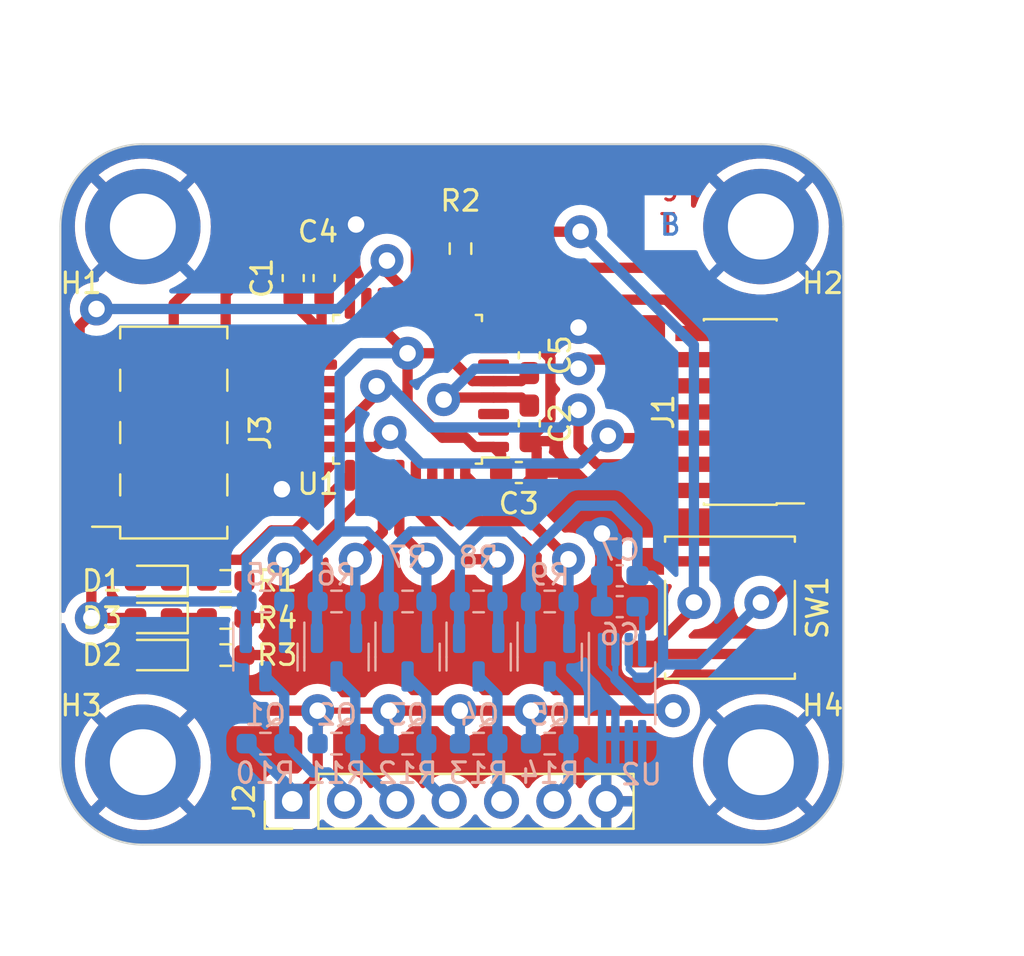
<source format=kicad_pcb>
(kicad_pcb (version 20221018) (generator pcbnew)
  (layers (0 "F.Cu" signal) (31 "B.Cu" signal) (34 "B.Paste" user) (35 "F.Paste" user) (36 "B.SilkS" user "B.Silkscreen") (37 "F.SilkS" user "F.Silkscreen") (38 "B.Mask" user) (39 "F.Mask" user) (44 "Edge.Cuts" user))
  (net 0 "")
  (net 1 "+5V-v0-")
  (net 2 "GND-v0-")
  (net 3 "+3.3V-v0-")
  (net 4 "Net-(D1-K)-v0-")
  (net 6 "Net-(D3-K)-v0-")
  (net 7 "Status_LED-v0-")
  (net 8 "Data_Clock_SNES-v0-")
  (net 9 "Data_Latch_SNES-v0-")
  (net 10 "Net-(D2-K)-v0-")
  (net 11 "Serial_Data1_SNES-v0-")
  (net 12 "Serial_Data2_SNES-v0-")
  (net 13 "SPI_Chip_Select-v0-")
  (net 14 "Chip_Enable-v0-")
  (net 15 "SPI_Digital_Input-v0-")
  (net 16 "SPI_Clock-v0-")
  (net 17 "SPI_Digital_Output-v0-")
  (net 18 "IOBit_SNES-v0-")
  (net 19 "Data_Clock_STM32-v0-")
  (net 20 "Data_Latch_STM32-v0-")
  (net 21 "Appairing_Btn-v0-")
  (net 22 "Net-(U2-BP)-v0-")
  (net 23 "SWDIO-v0-")
  (net 24 "SWDCK-v0-")
  (net 27 "NRST-v0-")
  (net 28 "USART2_RX-v0-")
  (net 29 "USART2_TX-v0-")
  (net 30 "Serial_Data1_STM32-v0-")
  (net 31 "IOBit_STM32-v0-")
  (net 32 "Serial_Data2_STM32-v0-")
  (footprint "Connector_PinSocket_2.54mm:PinSocket_2x04_P2.54mm_Vertical_SMD" (layer "F.Cu") (at 6.5 15 180)
    (fp_text reference "J3" (at -4.2 0 90) (layer "F.SilkS"))
    (fp_text value "Conn_01x08_Socket")
    (pad "1" smd rect (at 2.52 -3.81 180) (size 3 1) (layers "F.Cu" "F.Paste" "F.Mask") (net 3 "+3.3V-v0-"))
    (pad "2" smd rect (at -2.52 -3.81 180) (size 3 1) (layers "F.Cu" "F.Paste" "F.Mask") (net 2 "GND-v0-"))
    (pad "3" smd rect (at 2.52 -1.27 180) (size 3 1) (layers "F.Cu" "F.Paste" "F.Mask") (net 13 "SPI_Chip_Select-v0-"))
    (pad "4" smd rect (at -2.52 -1.27 180) (size 3 1) (layers "F.Cu" "F.Paste" "F.Mask") (net 14 "Chip_Enable-v0-"))
    (pad "5" smd rect (at 2.52 1.27 180) (size 3 1) (layers "F.Cu" "F.Paste" "F.Mask") (net 17 "SPI_Digital_Output-v0-"))
    (pad "6" smd rect (at -2.52 1.27 180) (size 3 1) (layers "F.Cu" "F.Paste" "F.Mask") (net 16 "SPI_Clock-v0-"))
    (pad "7" smd rect (at 2.52 3.81 180) (size 3 1) (layers "F.Cu" "F.Paste" "F.Mask"))
    (pad "8" smd rect (at -2.52 3.81 180) (size 3 1) (layers "F.Cu" "F.Paste" "F.Mask") (net 15 "SPI_Digital_Input-v0-"))
  )
  (footprint "Button_Switch_SMD:SW_SPST_B3S-1000" (layer "F.Cu") (at 33.5 23.5 180)
    (fp_text reference "SW1" (at -4.25 0 270) (layer "F.SilkS"))
    (fp_text value "SW_SPST")
    (pad "1" smd rect (at -3.975 -2.25 180) (size 1.55 1.3) (layers "F.Cu" "F.Paste" "F.Mask") (net 21 "Appairing_Btn-v0-"))
    (pad "1" smd rect (at 3.975 -2.25 180) (size 1.55 1.3) (layers "F.Cu" "F.Paste" "F.Mask") (net 21 "Appairing_Btn-v0-"))
    (pad "2" smd rect (at -3.975 2.25 180) (size 1.55 1.3) (layers "F.Cu" "F.Paste" "F.Mask") (net 3 "+3.3V-v0-"))
    (pad "2" smd rect (at 3.975 2.25 180) (size 1.55 1.3) (layers "F.Cu" "F.Paste" "F.Mask") (net 3 "+3.3V-v0-"))
  )
  (footprint "Resistor_SMD:R_0603_1608Metric_Pad0.98x0.95mm_HandSolder" (layer "F.Cu") (at 20.42 6.07 90)
    (fp_text reference "R2" (at 2.32 0 180) (layer "F.SilkS"))
    (fp_text value "10k")
    (pad "1" smd roundrect (at -0.9125 0 90) (size 0.975 0.95) (layers "F.Cu" "F.Paste" "F.Mask") (net 21 "Appairing_Btn-v0-"))
    (pad "2" smd roundrect (at 0.9125 0 90) (size 0.975 0.95) (layers "F.Cu" "F.Paste" "F.Mask") (net 2 "GND-v0-"))
  )
  (footprint "Capacitor_SMD:C_0603_1608Metric_Pad1.08x0.95mm_HandSolder" (layer "F.Cu") (at 23.76 14.5525 90)
    (fp_text reference "C2" (at 0 1.5 90) (layer "F.SilkS"))
    (fp_text value "100n")
    (pad "1" smd roundrect (at -0.8625 0 90) (size 1.075 0.95) (layers "F.Cu" "F.Paste" "F.Mask") (net 2 "GND-v0-"))
    (pad "2" smd roundrect (at 0.8625 0 90) (size 1.075 0.95) (layers "F.Cu" "F.Paste" "F.Mask") (net 27 "NRST-v0-"))
  )
  (footprint "Diode_SMD:D_0603_1608Metric_Pad1.05x0.95mm_HandSolder" (layer "F.Cu") (at 5.51875 24 180)
    (fp_text reference "D3" (at 2.5 0) (layer "F.SilkS"))
    (fp_text value "LED")
    (pad "1" smd roundrect (at -0.875 0 180) (size 1.05 0.95) (layers "F.Cu" "F.Paste" "F.Mask") (net 6 "Net-(D3-K)-v0-"))
    (pad "2" smd roundrect (at 0.875 0 180) (size 1.05 0.95) (layers "F.Cu" "F.Paste" "F.Mask") (net 3 "+3.3V-v0-"))
  )
  (footprint "Capacitor_SMD:C_0603_1608Metric_Pad1.08x0.95mm_HandSolder" (layer "F.Cu") (at 13.8 7.5 90)
    (fp_text reference "C4" (at 2.25 -0.3 180) (layer "F.SilkS"))
    (fp_text value "100n")
    (pad "1" smd roundrect (at -0.8625 0 90) (size 1.075 0.95) (layers "F.Cu" "F.Paste" "F.Mask") (net 3 "+3.3V-v0-"))
    (pad "2" smd roundrect (at 0.8625 0 90) (size 1.075 0.95) (layers "F.Cu" "F.Paste" "F.Mask") (net 2 "GND-v0-"))
  )
  (footprint "Diode_SMD:D_0603_1608Metric_Pad1.05x0.95mm_HandSolder" (layer "F.Cu") (at 5.51875 22.2 180)
    (fp_text reference "D1" (at 2.5 0) (layer "F.SilkS"))
    (fp_text value "LED_Small")
    (pad "1" smd roundrect (at -0.875 0 180) (size 1.05 0.95) (layers "F.Cu" "F.Paste" "F.Mask") (net 4 "Net-(D1-K)-v0-"))
    (pad "2" smd roundrect (at 0.875 0 180) (size 1.05 0.95) (layers "F.Cu" "F.Paste" "F.Mask") (net 7 "Status_LED-v0-"))
  )
  (footprint "Resistor_SMD:R_0603_1608Metric_Pad0.98x0.95mm_HandSolder" (layer "F.Cu") (at 9.01875 25.8)
    (fp_text reference "R3" (at 2.5 0) (layer "F.SilkS"))
    (fp_text value "1k")
    (pad "1" smd roundrect (at -0.9125 0) (size 0.975 0.95) (layers "F.Cu" "F.Paste" "F.Mask") (net 10 "Net-(D2-K)-v0-"))
    (pad "2" smd roundrect (at 0.9125 0) (size 0.975 0.95) (layers "F.Cu" "F.Paste" "F.Mask") (net 2 "GND-v0-"))
  )
  (footprint "MountingHole:MountingHole_3.2mm_M3_DIN965_Pad" (layer "F.Cu") (at 5 31)
    (fp_text reference "H3" (at -3 -2.75) (layer "F.SilkS"))
    (fp_text value "MountingHole_Pad")
    (pad "1" thru_hole circle (at 0 0) (size 5.6 5.6) (drill 3.2) (layers "*.Cu" "*.Mask") (net 2 "GND-v0-"))
  )
  (footprint "Diode_SMD:D_0603_1608Metric_Pad1.05x0.95mm_HandSolder" (layer "F.Cu") (at 5.51875 25.8 180)
    (fp_text reference "D2" (at 2.5 0) (layer "F.SilkS"))
    (fp_text value "LED_Small")
    (pad "1" smd roundrect (at -0.875 0 180) (size 1.05 0.95) (layers "F.Cu" "F.Paste" "F.Mask") (net 10 "Net-(D2-K)-v0-"))
    (pad "2" smd roundrect (at 0.875 0 180) (size 1.05 0.95) (layers "F.Cu" "F.Paste" "F.Mask") (net 1 "+5V-v0-"))
  )
  (footprint "MountingHole:MountingHole_3.2mm_M3_DIN965_Pad" (layer "F.Cu") (at 5 5)
    (fp_text reference "H1" (at -3 2.75) (layer "F.SilkS"))
    (fp_text value "MountingHole_Pad")
    (pad "1" thru_hole circle (at 0 0) (size 5.6 5.6) (drill 3.2) (layers "*.Cu" "*.Mask") (net 2 "GND-v0-"))
  )
  (footprint "MountingHole:MountingHole_3.2mm_M3_DIN965_Pad" (layer "F.Cu") (at 35 5)
    (fp_text reference "H2" (at 3 2.75) (layer "F.SilkS"))
    (fp_text value "MountingHole_Pad")
    (pad "1" thru_hole circle (at 0 0) (size 5.6 5.6) (drill 3.2) (layers "*.Cu" "*.Mask") (net 2 "GND-v0-"))
  )
  (footprint "Resistor_SMD:R_0603_1608Metric_Pad0.98x0.95mm_HandSolder" (layer "F.Cu") (at 9.01875 22.2)
    (fp_text reference "R1" (at 2.5 0) (layer "F.SilkS"))
    (fp_text value "1k")
    (pad "1" smd roundrect (at -0.9125 0) (size 0.975 0.95) (layers "F.Cu" "F.Paste" "F.Mask") (net 4 "Net-(D1-K)-v0-"))
    (pad "2" smd roundrect (at 0.9125 0) (size 0.975 0.95) (layers "F.Cu" "F.Paste" "F.Mask") (net 2 "GND-v0-"))
  )
  (footprint "Connector_PinHeader_1.27mm:PinHeader_2x07_P1.27mm_Vertical_SMD" (layer "F.Cu") (at 34 14 180)
    (fp_text reference "J1" (at 3.73 0 90) (layer "F.SilkS"))
    (fp_text value "Conn_02x07_Odd_Even")
    (pad "1" smd rect (at -1.95 -3.81 180) (size 2.4 0.74) (layers "F.Cu" "F.Paste" "F.Mask"))
    (pad "2" smd rect (at 1.95 -3.81 180) (size 2.4 0.74) (layers "F.Cu" "F.Paste" "F.Mask"))
    (pad "3" smd rect (at -1.95 -2.54 180) (size 2.4 0.74) (layers "F.Cu" "F.Paste" "F.Mask") (net 3 "+3.3V-v0-"))
    (pad "4" smd rect (at 1.95 -2.54 180) (size 2.4 0.74) (layers "F.Cu" "F.Paste" "F.Mask") (net 23 "SWDIO-v0-"))
    (pad "5" smd rect (at -1.95 -1.27 180) (size 2.4 0.74) (layers "F.Cu" "F.Paste" "F.Mask") (net 2 "GND-v0-"))
    (pad "6" smd rect (at 1.95 -1.27 180) (size 2.4 0.74) (layers "F.Cu" "F.Paste" "F.Mask") (net 24 "SWDCK-v0-"))
    (pad "7" smd rect (at -1.95 0 180) (size 2.4 0.74) (layers "F.Cu" "F.Paste" "F.Mask") (net 2 "GND-v0-"))
    (pad "8" smd rect (at 1.95 0 180) (size 2.4 0.74) (layers "F.Cu" "F.Paste" "F.Mask"))
    (pad "9" smd rect (at -1.95 1.27 180) (size 2.4 0.74) (layers "F.Cu" "F.Paste" "F.Mask"))
    (pad "10" smd rect (at 1.95 1.27 180) (size 2.4 0.74) (layers "F.Cu" "F.Paste" "F.Mask"))
    (pad "11" smd rect (at -1.95 2.54 180) (size 2.4 0.74) (layers "F.Cu" "F.Paste" "F.Mask") (net 2 "GND-v0-"))
    (pad "12" smd rect (at 1.95 2.54 180) (size 2.4 0.74) (layers "F.Cu" "F.Paste" "F.Mask") (net 27 "NRST-v0-"))
    (pad "13" smd rect (at -1.95 3.81 180) (size 2.4 0.74) (layers "F.Cu" "F.Paste" "F.Mask") (net 28 "USART2_RX-v0-"))
    (pad "14" smd rect (at 1.95 3.81 180) (size 2.4 0.74) (layers "F.Cu" "F.Paste" "F.Mask") (net 29 "USART2_TX-v0-"))
  )
  (footprint "Resistor_SMD:R_0603_1608Metric_Pad0.98x0.95mm_HandSolder" (layer "F.Cu") (at 9.01875 24)
    (fp_text reference "R4" (at 2.5 0) (layer "F.SilkS"))
    (fp_text value "1k")
    (pad "1" smd roundrect (at -0.9125 0) (size 0.975 0.95) (layers "F.Cu" "F.Paste" "F.Mask") (net 6 "Net-(D3-K)-v0-"))
    (pad "2" smd roundrect (at 0.9125 0) (size 0.975 0.95) (layers "F.Cu" "F.Paste" "F.Mask") (net 2 "GND-v0-"))
  )
  (footprint "Package_QFP:LQFP-32_7x7mm_P0.8mm" (layer "F.Cu") (at 17.85 12.9 180)
    (fp_text reference "U1" (at 4.35 -4.6) (layer "F.SilkS"))
    (fp_text value "STM32L412KBTx")
    (pad "1" smd roundrect (at -4.175 -2.8 180) (size 1.5 0.5) (layers "F.Cu" "F.Paste" "F.Mask") (net 3 "+3.3V-v0-"))
    (pad "2" smd roundrect (at -4.175 -2 180) (size 1.5 0.5) (layers "F.Cu" "F.Paste" "F.Mask"))
    (pad "3" smd roundrect (at -4.175 -1.2 180) (size 1.5 0.5) (layers "F.Cu" "F.Paste" "F.Mask"))
    (pad "4" smd roundrect (at -4.175 -0.4 180) (size 1.5 0.5) (layers "F.Cu" "F.Paste" "F.Mask") (net 27 "NRST-v0-"))
    (pad "5" smd roundrect (at -4.175 0.4 180) (size 1.5 0.5) (layers "F.Cu" "F.Paste" "F.Mask") (net 3 "+3.3V-v0-"))
    (pad "6" smd roundrect (at -4.175 1.2 180) (size 1.5 0.5) (layers "F.Cu" "F.Paste" "F.Mask"))
    (pad "7" smd roundrect (at -4.175 2 180) (size 1.5 0.5) (layers "F.Cu" "F.Paste" "F.Mask"))
    (pad "8" smd roundrect (at -4.175 2.8 180) (size 1.5 0.5) (layers "F.Cu" "F.Paste" "F.Mask") (net 29 "USART2_TX-v0-"))
    (pad "9" smd roundrect (at -2.8 4.175 180) (size 0.5 1.5) (layers "F.Cu" "F.Paste" "F.Mask") (net 28 "USART2_RX-v0-"))
    (pad "10" smd roundrect (at -2 4.175 180) (size 0.5 1.5) (layers "F.Cu" "F.Paste" "F.Mask") (net 21 "Appairing_Btn-v0-"))
    (pad "11" smd roundrect (at -1.2 4.175 180) (size 0.5 1.5) (layers "F.Cu" "F.Paste" "F.Mask") (net 16 "SPI_Clock-v0-"))
    (pad "12" smd roundrect (at -0.4 4.175 180) (size 0.5 1.5) (layers "F.Cu" "F.Paste" "F.Mask") (net 15 "SPI_Digital_Input-v0-"))
    (pad "13" smd roundrect (at 0.4 4.175 180) (size 0.5 1.5) (layers "F.Cu" "F.Paste" "F.Mask") (net 17 "SPI_Digital_Output-v0-"))
    (pad "14" smd roundrect (at 1.2 4.175 180) (size 0.5 1.5) (layers "F.Cu" "F.Paste" "F.Mask"))
    (pad "15" smd roundrect (at 2 4.175 180) (size 0.5 1.5) (layers "F.Cu" "F.Paste" "F.Mask"))
    (pad "16" smd roundrect (at 2.8 4.175 180) (size 0.5 1.5) (layers "F.Cu" "F.Paste" "F.Mask") (net 2 "GND-v0-"))
    (pad "17" smd roundrect (at 4.175 2.8 180) (size 1.5 0.5) (layers "F.Cu" "F.Paste" "F.Mask") (net 3 "+3.3V-v0-"))
    (pad "18" smd roundrect (at 4.175 2 180) (size 1.5 0.5) (layers "F.Cu" "F.Paste" "F.Mask") (net 13 "SPI_Chip_Select-v0-"))
    (pad "19" smd roundrect (at 4.175 1.2 180) (size 1.5 0.5) (layers "F.Cu" "F.Paste" "F.Mask") (net 14 "Chip_Enable-v0-"))
    (pad "20" smd roundrect (at 4.175 0.4 180) (size 1.5 0.5) (layers "F.Cu" "F.Paste" "F.Mask"))
    (pad "21" smd roundrect (at 4.175 -0.4 180) (size 1.5 0.5) (layers "F.Cu" "F.Paste" "F.Mask"))
    (pad "22" smd roundrect (at 4.175 -1.2 180) (size 1.5 0.5) (layers "F.Cu" "F.Paste" "F.Mask"))
    (pad "23" smd roundrect (at 4.175 -2 180) (size 1.5 0.5) (layers "F.Cu" "F.Paste" "F.Mask") (net 23 "SWDIO-v0-"))
    (pad "24" smd roundrect (at 4.175 -2.8 180) (size 1.5 0.5) (layers "F.Cu" "F.Paste" "F.Mask") (net 24 "SWDCK-v0-"))
    (pad "25" smd roundrect (at 2.8 -4.175 180) (size 0.5 1.5) (layers "F.Cu" "F.Paste" "F.Mask") (net 7 "Status_LED-v0-"))
    (pad "26" smd roundrect (at 2 -4.175 180) (size 0.5 1.5) (layers "F.Cu" "F.Paste" "F.Mask") (net 19 "Data_Clock_STM32-v0-"))
    (pad "27" smd roundrect (at 1.2 -4.175 180) (size 0.5 1.5) (layers "F.Cu" "F.Paste" "F.Mask") (net 20 "Data_Latch_STM32-v0-"))
    (pad "28" smd roundrect (at 0.4 -4.175 180) (size 0.5 1.5) (layers "F.Cu" "F.Paste" "F.Mask") (net 30 "Serial_Data1_STM32-v0-"))
    (pad "29" smd roundrect (at -0.4 -4.175 180) (size 0.5 1.5) (layers "F.Cu" "F.Paste" "F.Mask") (net 32 "Serial_Data2_STM32-v0-"))
    (pad "30" smd roundrect (at -1.2 -4.175 180) (size 0.5 1.5) (layers "F.Cu" "F.Paste" "F.Mask") (net 31 "IOBit_STM32-v0-"))
    (pad "31" smd roundrect (at -2 -4.175 180) (size 0.5 1.5) (layers "F.Cu" "F.Paste" "F.Mask"))
    (pad "32" smd roundrect (at -2.8 -4.175 180) (size 0.5 1.5) (layers "F.Cu" "F.Paste" "F.Mask") (net 2 "GND-v0-"))
  )
  (footprint "Capacitor_SMD:C_0603_1608Metric_Pad1.08x0.95mm_HandSolder" (layer "F.Cu") (at 23.76 11.25 90)
    (fp_text reference "C5" (at 0 1.5 90) (layer "F.SilkS"))
    (fp_text value "100n")
    (pad "1" smd roundrect (at -0.8625 0 90) (size 1.075 0.95) (layers "F.Cu" "F.Paste" "F.Mask") (net 3 "+3.3V-v0-"))
    (pad "2" smd roundrect (at 0.8625 0 90) (size 1.075 0.95) (layers "F.Cu" "F.Paste" "F.Mask") (net 2 "GND-v0-"))
  )
  (footprint "MountingHole:MountingHole_3.2mm_M3_DIN965_Pad" (layer "F.Cu") (at 35 31)
    (fp_text reference "H4" (at 3 -2.75) (layer "F.SilkS"))
    (fp_text value "MountingHole_Pad")
    (pad "1" thru_hole circle (at 0 0) (size 5.6 5.6) (drill 3.2) (layers "*.Cu" "*.Mask") (net 2 "GND-v0-"))
  )
  (footprint "Capacitor_SMD:C_0603_1608Metric_Pad1.08x0.95mm_HandSolder" (layer "F.Cu") (at 23.2525 16.94)
    (fp_text reference "C3" (at -0.0025 1.51) (layer "F.SilkS"))
    (fp_text value "100n")
    (pad "1" smd roundrect (at -0.8625 0) (size 1.075 0.95) (layers "F.Cu" "F.Paste" "F.Mask") (net 3 "+3.3V-v0-"))
    (pad "2" smd roundrect (at 0.8625 0) (size 1.075 0.95) (layers "F.Cu" "F.Paste" "F.Mask") (net 2 "GND-v0-"))
  )
  (footprint "Capacitor_SMD:C_0603_1608Metric_Pad1.08x0.95mm_HandSolder" (layer "F.Cu") (at 12.3 7.5 90)
    (fp_text reference "C1" (at 0 -1.52 90) (layer "F.SilkS"))
    (fp_text value "10u")
    (pad "1" smd roundrect (at -0.8625 0 90) (size 1.075 0.95) (layers "F.Cu" "F.Paste" "F.Mask") (net 3 "+3.3V-v0-"))
    (pad "2" smd roundrect (at 0.8625 0 90) (size 1.075 0.95) (layers "F.Cu" "F.Paste" "F.Mask") (net 2 "GND-v0-"))
  )
  (footprint "Connector_PinHeader_2.54mm:PinHeader_1x07_P2.54mm_Vertical" (layer "F.Cu") (at 12.25 32.9 90)
    (fp_text reference "J2" (at 0 -2.33 90) (layer "F.SilkS"))
    (fp_text value "Conn_01x07_Socket")
    (pad "1" thru_hole rect (at 0 0 90) (size 1.7 1.7) (drill 1) (layers "*.Cu" "*.Mask") (net 1 "+5V-v0-"))
    (pad "2" thru_hole oval (at 0 2.54 90) (size 1.7 1.7) (drill 1) (layers "*.Cu" "*.Mask") (net 8 "Data_Clock_SNES-v0-"))
    (pad "3" thru_hole oval (at 0 5.08 90) (size 1.7 1.7) (drill 1) (layers "*.Cu" "*.Mask") (net 9 "Data_Latch_SNES-v0-"))
    (pad "4" thru_hole oval (at 0 7.62 90) (size 1.7 1.7) (drill 1) (layers "*.Cu" "*.Mask") (net 11 "Serial_Data1_SNES-v0-"))
    (pad "5" thru_hole oval (at 0 10.16 90) (size 1.7 1.7) (drill 1) (layers "*.Cu" "*.Mask") (net 12 "Serial_Data2_SNES-v0-"))
    (pad "6" thru_hole oval (at 0 12.7 90) (size 1.7 1.7) (drill 1) (layers "*.Cu" "*.Mask") (net 18 "IOBit_SNES-v0-"))
    (pad "7" thru_hole oval (at 0 15.24 90) (size 1.7 1.7) (drill 1) (layers "*.Cu" "*.Mask") (net 2 "GND-v0-"))
  )
  (footprint "Resistor_SMD:R_0603_1608Metric_Pad0.98x0.95mm_HandSolder" (layer "B.Cu") (at 10.95 23.2)
    (fp_text reference "R5" (at 0 -1.3) (layer "B.SilkS") (effects (justify mirror)))
    (fp_text value "10k")
    (pad "1" smd roundrect (at -0.9125 0) (size 0.975 0.95) (layers "B.Cu" "B.Paste" "B.Mask") (net 3 "+3.3V-v0-"))
    (pad "2" smd roundrect (at 0.9125 0) (size 0.975 0.95) (layers "B.Cu" "B.Paste" "B.Mask") (net 19 "Data_Clock_STM32-v0-"))
  )
  (footprint "Package_TO_SOT_SMD:SOT-23" (layer "B.Cu") (at 24.75 25.9 -90)
    (fp_text reference "Q5" (at 2.8 0) (layer "B.SilkS") (effects (justify mirror)))
    (fp_text value "2N7002")
    (pad "1" smd roundrect (at -0.9375 0.95 270) (size 1.475 0.6) (layers "B.Cu" "B.Paste" "B.Mask") (net 3 "+3.3V-v0-"))
    (pad "2" smd roundrect (at -0.9375 -0.95 270) (size 1.475 0.6) (layers "B.Cu" "B.Paste" "B.Mask") (net 31 "IOBit_STM32-v0-"))
    (pad "3" smd roundrect (at 0.9375 0 270) (size 1.475 0.6) (layers "B.Cu" "B.Paste" "B.Mask") (net 18 "IOBit_SNES-v0-"))
  )
  (footprint "Package_TO_SOT_SMD:SOT-23" (layer "B.Cu") (at 10.95 25.9 -90)
    (fp_text reference "Q1" (at 2.8 0) (layer "B.SilkS") (effects (justify mirror)))
    (fp_text value "2N7002")
    (pad "1" smd roundrect (at -0.9375 0.95 270) (size 1.475 0.6) (layers "B.Cu" "B.Paste" "B.Mask") (net 3 "+3.3V-v0-"))
    (pad "2" smd roundrect (at -0.9375 -0.95 270) (size 1.475 0.6) (layers "B.Cu" "B.Paste" "B.Mask") (net 19 "Data_Clock_STM32-v0-"))
    (pad "3" smd roundrect (at 0.9375 0 270) (size 1.475 0.6) (layers "B.Cu" "B.Paste" "B.Mask") (net 8 "Data_Clock_SNES-v0-"))
  )
  (footprint "Resistor_SMD:R_0603_1608Metric_Pad0.98x0.95mm_HandSolder" (layer "B.Cu") (at 21.3 23.2)
    (fp_text reference "R8" (at 0 -2.15) (layer "B.SilkS") (effects (justify mirror)))
    (fp_text value "10k")
    (pad "1" smd roundrect (at -0.9125 0) (size 0.975 0.95) (layers "B.Cu" "B.Paste" "B.Mask") (net 3 "+3.3V-v0-"))
    (pad "2" smd roundrect (at 0.9125 0) (size 0.975 0.95) (layers "B.Cu" "B.Paste" "B.Mask") (net 32 "Serial_Data2_STM32-v0-"))
  )
  (footprint "Capacitor_SMD:C_0603_1608Metric_Pad1.08x0.95mm_HandSolder" (layer "B.Cu") (at 28.15 23.45 180)
    (fp_text reference "C6" (at 0 -1.35) (layer "B.SilkS") (effects (justify mirror)))
    (fp_text value "470p")
    (pad "1" smd roundrect (at -0.8625 0 180) (size 1.075 0.95) (layers "B.Cu" "B.Paste" "B.Mask") (net 22 "Net-(U2-BP)-v0-"))
    (pad "2" smd roundrect (at 0.8625 0 180) (size 1.075 0.95) (layers "B.Cu" "B.Paste" "B.Mask") (net 2 "GND-v0-"))
  )
  (footprint "Resistor_SMD:R_0603_1608Metric_Pad0.98x0.95mm_HandSolder" (layer "B.Cu") (at 14.4 30.1)
    (fp_text reference "R11" (at 0 1.43) (layer "B.SilkS") (effects (justify mirror)))
    (fp_text value "10k")
    (pad "1" smd roundrect (at -0.9125 0) (size 0.975 0.95) (layers "B.Cu" "B.Paste" "B.Mask") (net 1 "+5V-v0-"))
    (pad "2" smd roundrect (at 0.9125 0) (size 0.975 0.95) (layers "B.Cu" "B.Paste" "B.Mask") (net 9 "Data_Latch_SNES-v0-"))
  )
  (footprint "Capacitor_SMD:C_0603_1608Metric_Pad1.08x0.95mm_HandSolder" (layer "B.Cu") (at 28.15 21.95 180)
    (fp_text reference "C7" (at 0 1.25) (layer "B.SilkS") (effects (justify mirror)))
    (fp_text value "2.2u")
    (pad "1" smd roundrect (at -0.8625 0 180) (size 1.075 0.95) (layers "B.Cu" "B.Paste" "B.Mask") (net 3 "+3.3V-v0-"))
    (pad "2" smd roundrect (at 0.8625 0 180) (size 1.075 0.95) (layers "B.Cu" "B.Paste" "B.Mask") (net 2 "GND-v0-"))
  )
  (footprint "Package_TO_SOT_SMD:SOT-23" (layer "B.Cu") (at 14.4 25.9 -90)
    (fp_text reference "Q2" (at 2.8 0) (layer "B.SilkS") (effects (justify mirror)))
    (fp_text value "2N7002")
    (pad "1" smd roundrect (at -0.9375 0.95 270) (size 1.475 0.6) (layers "B.Cu" "B.Paste" "B.Mask") (net 3 "+3.3V-v0-"))
    (pad "2" smd roundrect (at -0.9375 -0.95 270) (size 1.475 0.6) (layers "B.Cu" "B.Paste" "B.Mask") (net 20 "Data_Latch_STM32-v0-"))
    (pad "3" smd roundrect (at 0.9375 0 270) (size 1.475 0.6) (layers "B.Cu" "B.Paste" "B.Mask") (net 9 "Data_Latch_SNES-v0-"))
  )
  (footprint "Package_TO_SOT_SMD:SOT-23" (layer "B.Cu") (at 21.3 25.9 -90)
    (fp_text reference "Q4" (at 2.8 0) (layer "B.SilkS") (effects (justify mirror)))
    (fp_text value "2N7002")
    (pad "1" smd roundrect (at -0.9375 0.95 270) (size 1.475 0.6) (layers "B.Cu" "B.Paste" "B.Mask") (net 3 "+3.3V-v0-"))
    (pad "2" smd roundrect (at -0.9375 -0.95 270) (size 1.475 0.6) (layers "B.Cu" "B.Paste" "B.Mask") (net 32 "Serial_Data2_STM32-v0-"))
    (pad "3" smd roundrect (at 0.9375 0 270) (size 1.475 0.6) (layers "B.Cu" "B.Paste" "B.Mask") (net 12 "Serial_Data2_SNES-v0-"))
  )
  (footprint "Resistor_SMD:R_0603_1608Metric_Pad0.98x0.95mm_HandSolder" (layer "B.Cu") (at 17.85 23.2)
    (fp_text reference "R7" (at 0 -2.15) (layer "B.SilkS") (effects (justify mirror)))
    (fp_text value "10k")
    (pad "1" smd roundrect (at -0.9125 0) (size 0.975 0.95) (layers "B.Cu" "B.Paste" "B.Mask") (net 3 "+3.3V-v0-"))
    (pad "2" smd roundrect (at 0.9125 0) (size 0.975 0.95) (layers "B.Cu" "B.Paste" "B.Mask") (net 30 "Serial_Data1_STM32-v0-"))
  )
  (footprint "Package_SO:MSOP-8_3x3mm_P0.65mm" (layer "B.Cu") (at 28.2625 27.65 -90)
    (fp_text reference "U2" (at 3.95 -0.9375) (layer "B.SilkS") (effects (justify mirror)))
    (fp_text value "MIC5219-3.3YMM")
    (pad "1" smd roundrect (at -2.1125 0.975 270) (size 1.625 0.4) (layers "B.Cu" "B.Paste" "B.Mask") (net 1 "+5V-v0-"))
    (pad "2" smd roundrect (at -2.1125 0.325 270) (size 1.625 0.4) (layers "B.Cu" "B.Paste" "B.Mask") (net 1 "+5V-v0-"))
    (pad "3" smd roundrect (at -2.1125 -0.325 270) (size 1.625 0.4) (layers "B.Cu" "B.Paste" "B.Mask") (net 3 "+3.3V-v0-"))
    (pad "4" smd roundrect (at -2.1125 -0.975 270) (size 1.625 0.4) (layers "B.Cu" "B.Paste" "B.Mask") (net 22 "Net-(U2-BP)-v0-"))
    (pad "5" smd roundrect (at 2.1125 -0.975 270) (size 1.625 0.4) (layers "B.Cu" "B.Paste" "B.Mask") (net 2 "GND-v0-"))
    (pad "6" smd roundrect (at 2.1125 -0.325 270) (size 1.625 0.4) (layers "B.Cu" "B.Paste" "B.Mask") (net 2 "GND-v0-"))
    (pad "7" smd roundrect (at 2.1125 0.325 270) (size 1.625 0.4) (layers "B.Cu" "B.Paste" "B.Mask") (net 2 "GND-v0-"))
    (pad "8" smd roundrect (at 2.1125 0.975 270) (size 1.625 0.4) (layers "B.Cu" "B.Paste" "B.Mask") (net 2 "GND-v0-"))
  )
  (footprint "Resistor_SMD:R_0603_1608Metric_Pad0.98x0.95mm_HandSolder" (layer "B.Cu") (at 10.95 30.1)
    (fp_text reference "R10" (at 0 1.43) (layer "B.SilkS") (effects (justify mirror)))
    (fp_text value "10k")
    (pad "1" smd roundrect (at -0.9125 0) (size 0.975 0.95) (layers "B.Cu" "B.Paste" "B.Mask") (net 1 "+5V-v0-"))
    (pad "2" smd roundrect (at 0.9125 0) (size 0.975 0.95) (layers "B.Cu" "B.Paste" "B.Mask") (net 8 "Data_Clock_SNES-v0-"))
  )
  (footprint "Resistor_SMD:R_0603_1608Metric_Pad0.98x0.95mm_HandSolder" (layer "B.Cu") (at 14.4 23.2)
    (fp_text reference "R6" (at 0 -1.3) (layer "B.SilkS") (effects (justify mirror)))
    (fp_text value "10k")
    (pad "1" smd roundrect (at -0.9125 0) (size 0.975 0.95) (layers "B.Cu" "B.Paste" "B.Mask") (net 3 "+3.3V-v0-"))
    (pad "2" smd roundrect (at 0.9125 0) (size 0.975 0.95) (layers "B.Cu" "B.Paste" "B.Mask") (net 20 "Data_Latch_STM32-v0-"))
  )
  (footprint "Package_TO_SOT_SMD:SOT-23" (layer "B.Cu") (at 17.85 25.9 -90)
    (fp_text reference "Q3" (at 2.8 0) (layer "B.SilkS") (effects (justify mirror)))
    (fp_text value "2N7002")
    (pad "1" smd roundrect (at -0.9375 0.95 270) (size 1.475 0.6) (layers "B.Cu" "B.Paste" "B.Mask") (net 3 "+3.3V-v0-"))
    (pad "2" smd roundrect (at -0.9375 -0.95 270) (size 1.475 0.6) (layers "B.Cu" "B.Paste" "B.Mask") (net 30 "Serial_Data1_STM32-v0-"))
    (pad "3" smd roundrect (at 0.9375 0 270) (size 1.475 0.6) (layers "B.Cu" "B.Paste" "B.Mask") (net 11 "Serial_Data1_SNES-v0-"))
  )
  (footprint "Resistor_SMD:R_0603_1608Metric_Pad0.98x0.95mm_HandSolder" (layer "B.Cu") (at 24.75 30.1)
    (fp_text reference "R14" (at 0 1.43) (layer "B.SilkS") (effects (justify mirror)))
    (fp_text value "10k")
    (pad "1" smd roundrect (at -0.9125 0) (size 0.975 0.95) (layers "B.Cu" "B.Paste" "B.Mask") (net 1 "+5V-v0-"))
    (pad "2" smd roundrect (at 0.9125 0) (size 0.975 0.95) (layers "B.Cu" "B.Paste" "B.Mask") (net 18 "IOBit_SNES-v0-"))
  )
  (footprint "Resistor_SMD:R_0603_1608Metric_Pad0.98x0.95mm_HandSolder" (layer "B.Cu") (at 21.3 30.1)
    (fp_text reference "R13" (at 0 1.43) (layer "B.SilkS") (effects (justify mirror)))
    (fp_text value "10k")
    (pad "1" smd roundrect (at -0.9125 0) (size 0.975 0.95) (layers "B.Cu" "B.Paste" "B.Mask") (net 1 "+5V-v0-"))
    (pad "2" smd roundrect (at 0.9125 0) (size 0.975 0.95) (layers "B.Cu" "B.Paste" "B.Mask") (net 12 "Serial_Data2_SNES-v0-"))
  )
  (footprint "Resistor_SMD:R_0603_1608Metric_Pad0.98x0.95mm_HandSolder" (layer "B.Cu") (at 24.75 23.2)
    (fp_text reference "R9" (at 0 -1.3) (layer "B.SilkS") (effects (justify mirror)))
    (fp_text value "10k")
    (pad "1" smd roundrect (at -0.9125 0) (size 0.975 0.95) (layers "B.Cu" "B.Paste" "B.Mask") (net 3 "+3.3V-v0-"))
    (pad "2" smd roundrect (at 0.9125 0) (size 0.975 0.95) (layers "B.Cu" "B.Paste" "B.Mask") (net 31 "IOBit_STM32-v0-"))
  )
  (footprint "Resistor_SMD:R_0603_1608Metric_Pad0.98x0.95mm_HandSolder" (layer "B.Cu") (at 17.85 30.1)
    (fp_text reference "R12" (at 0 1.43) (layer "B.SilkS") (effects (justify mirror)))
    (fp_text value "10k")
    (pad "1" smd roundrect (at -0.9125 0) (size 0.975 0.95) (layers "B.Cu" "B.Paste" "B.Mask") (net 1 "+5V-v0-"))
    (pad "2" smd roundrect (at 0.9125 0) (size 0.975 0.95) (layers "B.Cu" "B.Paste" "B.Mask") (net 11 "Serial_Data1_SNES-v0-"))
  )
  (gr_line (start 5 1) (end 35 1) (stroke (width 0.1)) (layer "Edge.Cuts"))
  (gr_line (start 35 35) (end 5 35) (stroke (width 0.1)) (layer "Edge.Cuts"))
  (gr_line (start 1 31) (end 1 5) (stroke (width 0.1)) (layer "Edge.Cuts"))
  (gr_arc (start 5 35) (mid 2.171573 33.828427) (end 1 31) (stroke (width 0.1)) (layer "Edge.Cuts"))
  (gr_arc (start 1 5) (mid 2.171573 2.171573) (end 5 1) (stroke (width 0.1)) (layer "Edge.Cuts"))
  (gr_arc (start 39 31) (mid 37.828427 33.828427) (end 35 35) (stroke (width 0.1)) (layer "Edge.Cuts"))
  (gr_line (start 39 5) (end 39 31) (stroke (width 0.1)) (layer "Edge.Cuts"))
  (gr_arc (start 35 1) (mid 37.828427 2.171573) (end 39 5) (stroke (width 0.1)) (layer "Edge.Cuts"))
  (gr_text "T" (at 30 5.5) (layer "F.Cu") (effects (font (size 1 1)) (justify left bottom)))
  (gr_text "SNES Plug" (at 23 3.5) (layer "F.Cu") (effects (font (size 1 1)) (justify left bottom)))
  (gr_text "B" (at 30 5.5) (layer "B.Cu") (effects (font (size 1 1)) (justify left bottom)))
  (segment (start 23.8375 28.5) (end 30.75 28.5) (width 0.5) (layer "F.Cu") (net 1))
  (segment (start 8.75 28.5) (end 13.4875 28.5) (width 0.5) (layer "F.Cu") (net 1))
  (segment (start 4.64375 25.834561) (end 6.059189 27.25) (width 0.5) (layer "F.Cu") (net 1))
  (segment (start 7.5 27.25) (end 8.75 28.5) (width 0.5) (layer "F.Cu") (net 1))
  (segment (start 20.3875 28.5) (end 16.9375 28.5) (width 0.5) (layer "F.Cu") (net 1))
  (segment (start 13.4875 28.5) (end 13.4875 31.6625) (width 0.5) (layer "F.Cu") (net 1))
  (segment (start 13.4875 28.5) (end 16.9375 28.5) (width 0.3) (layer "F.Cu") (net 1))
  (segment (start 13.4875 31.6625) (end 12.25 32.9) (width 0.5) (layer "F.Cu") (net 1))
  (segment (start 20.3875 28.5) (end 23.8375 28.5) (width 0.5) (layer "F.Cu") (net 1))
  (segment (start 4.64375 25.8) (end 4.64375 25.834561) (width 0.5) (layer "F.Cu") (net 1))
  (segment (start 6.059189 27.25) (end 7.5 27.25) (width 0.5) (layer "F.Cu") (net 1))
  (via (at 16.9375 28.5) (size 1.6) (drill 0.8) (layers "F.Cu" "B.Cu") (net 1))
  (via (at 13.4875 28.5) (size 1.6) (drill 0.8) (layers "F.Cu" "B.Cu") (net 1))
  (via (at 23.8375 28.5) (size 1.6) (drill 0.8) (layers "F.Cu" "B.Cu") (net 1))
  (via (at 30.75 28.5) (size 1.6) (drill 0.8) (layers "F.Cu" "B.Cu") (net 1))
  (via (at 20.3875 28.5) (size 1.6) (drill 0.8) (layers "F.Cu" "B.Cu") (net 1))
  (segment (start 23.8375 28.5) (end 23.8375 30.1) (width 0.5) (layer "B.Cu") (net 1))
  (segment (start 27.2875 26.330761) (end 27.9375 26.980761) (width 0.3) (layer "B.Cu") (net 1))
  (segment (start 30.75 28.5) (end 30.65 28.4) (width 0.5) (layer "B.Cu") (net 1))
  (segment (start 16.9375 28.5) (end 16.9375 30.1) (width 0.5) (layer "B.Cu") (net 1))
  (segment (start 12.25 32.3125) (end 10.0375 30.1) (width 0.5) (layer "B.Cu") (net 1))
  (segment (start 20.3875 28.5) (end 20.3875 30.1) (width 0.5) (layer "B.Cu") (net 1))
  (segment (start 29.356739 28.4) (end 27.9375 26.980761) (width 0.5) (layer "B.Cu") (net 1))
  (segment (start 12.25 32.9) (end 12.25 32.3125) (width 0.5) (layer "B.Cu") (net 1))
  (segment (start 27.2875 25.5375) (end 27.2875 26.330761) (width 0.3) (layer "B.Cu") (net 1))
  (segment (start 27.9375 25.5375) (end 27.9375 26.980761) (width 0.3) (layer "B.Cu") (net 1))
  (segment (start 13.4875 30.1) (end 13.4875 28.5) (width 0.5) (layer "B.Cu") (net 1))
  (segment (start 30.65 28.4) (end 29.356739 28.4) (width 0.5) (layer "B.Cu") (net 1))
  (segment (start 23.76 15.341193) (end 24.785 14.316193) (width 0.5) (layer "F.Cu") (net 2))
  (segment (start 12.3 6.6375) (end 13.8 6.6375) (width 0.5) (layer "F.Cu") (net 2))
  (segment (start 20.65 17.075) (end 21.54 17.965) (width 0.5) (layer "F.Cu") (net 2))
  (segment (start 25.661689 10.3875) (end 23.76 10.3875) (width 0.5) (layer "F.Cu") (net 2))
  (segment (start 11.75 17.75) (end 10.69 18.81) (width 0.5) (layer "F.Cu") (net 2))
  (segment (start 24.115 16.94) (end 24.115 15.77) (width 0.5) (layer "F.Cu") (net 2))
  (segment (start 15.35 4.9) (end 15.05 5.2) (width 0.5) (layer "F.Cu") (net 2))
  (segment (start 24.785 11.4125) (end 23.76 10.3875) (width 0.5) (layer "F.Cu") (net 2))
  (segment (start 24.785 14.316193) (end 24.785 11.4125) (width 0.5) (layer "F.Cu") (net 2))
  (segment (start 21.54 17.965) (end 23.09 17.965) (width 0.5) (layer "F.Cu") (net 2))
  (segment (start 26.149189 9.9) (end 25.661689 10.3875) (width 0.5) (layer "F.Cu") (net 2))
  (segment (start 10.69 18.81) (end 9.02 18.81) (width 0.5) (layer "F.Cu") (net 2))
  (segment (start 13.8 6.6375) (end 13.8 6.45) (width 0.5) (layer "F.Cu") (net 2))
  (segment (start 24.115 15.77) (end 23.76 15.415) (width 0.5) (layer "F.Cu") (net 2))
  (segment (start 13.8 6.45) (end 15.35 4.9) (width 0.5) (layer "F.Cu") (net 2))
  (segment (start 15.05 5.2) (end 15.05 8.725) (width 0.5) (layer "F.Cu") (net 2))
  (segment (start 23.76 15.415) (end 23.76 15.341193) (width 0.5) (layer "F.Cu") (net 2))
  (segment (start 23.09 17.965) (end 24.115 16.94) (width 0.5) (layer "F.Cu") (net 2))
  (via (at 27.2875 19.9) (size 1.6) (drill 0.8) (layers "F.Cu" "B.Cu") (net 2))
  (via (at 26.149189 9.9) (size 1.6) (drill 0.8) (layers "F.Cu" "B.Cu") (net 2))
  (via (at 15.35 4.9) (size 1.6) (drill 0.8) (layers "F.Cu" "B.Cu") (net 2))
  (via (at 11.75 17.75) (size 1.6) (drill 0.8) (layers "F.Cu" "B.Cu") (net 2))
  (segment (start 27.2875 19.9375) (end 27.25 19.9) (width 0.5) (layer "B.Cu") (net 2))
  (segment (start 27.2875 21.95) (end 27.2875 19.9) (width 0.5) (layer "B.Cu") (net 2))
  (segment (start 23.4 9.9) (end 18.4 4.9) (width 0.5) (layer "B.Cu") (net 2))
  (segment (start 26.149189 9.9) (end 23.4 9.9) (width 0.5) (layer "B.Cu") (net 2))
  (segment (start 27.2875 21.95) (end 27.2875 23.45) (width 0.5) (layer "B.Cu") (net 2))
  (segment (start 18.4 4.9) (end 15.35 4.9) (width 0.5) (layer "B.Cu") (net 2))
  (segment (start 20.670406 15.25) (end 19.540811 15.25) (width 0.5) (layer "F.Cu") (net 3))
  (segment (start 22.025 15.7) (end 21.120406 15.7) (width 0.5) (layer "F.Cu") (net 3))
  (segment (start 29.525 21.25) (end 37.475 21.25) (width 0.5) (layer "F.Cu") (net 3))
  (segment (start 2.5 24) (end 2.5 20.29) (width 0.5) (layer "F.Cu") (net 3))
  (segment (start 38 20.725) (end 38 16.89) (width 0.5) (layer "F.Cu") (net 3))
  (segment (start 23.76 12.1125) (end 23.3725 12.5) (width 0.5) (layer "F.Cu") (net 3))
  (segment (start 16.8 10.1) (end 13.675 10.1) (width 0.5) (layer "F.Cu") (net 3))
  (segment (start 22.39 16.94) (end 22.39 16.065) (width 0.5) (layer "F.Cu") (net 3))
  (segment (start 22.025 12.5) (end 21 12.5) (width 0.5) (layer "F.Cu") (net 3))
  (segment (start 23.3725 12.5) (end 22.025 12.5) (width 0.5) (layer "F.Cu") (net 3))
  (segment (start 37.65 16.54) (end 38 16.89) (width 0.5) (layer "F.Cu") (net 3))
  (segment (start 21.120406 15.7) (end 20.670406 15.25) (width 0.5) (layer "F.Cu") (net 3))
  (segment (start 17.85 11.15) (end 16.8 10.1) (width 0.5) (layer "F.Cu") (net 3))
  (segment (start 12.3 8.3625) (end 12.3 8.725) (width 0.5) (layer "F.Cu") (net 3))
  (segment (start 35.475 23.25) (end 37.475 21.25) (width 0.5) (layer "F.Cu") (net 3))
  (segment (start 19.540811 15.25) (end 17.85 13.559189) (width 0.5) (layer "F.Cu") (net 3))
  (segment (start 13.675 10.1) (end 13.675 8.4875) (width 0.5) (layer "F.Cu") (net 3))
  (segment (start 37.475 21.25) (end 38 20.725) (width 0.5) (layer "F.Cu") (net 3))
  (segment (start 22.39 16.065) (end 22.025 15.7) (width 0.5) (layer "F.Cu") (net 3))
  (segment (start 12.3 8.725) (end 13.675 10.1) (width 0.5) (layer "F.Cu") (net 3))
  (segment (start 35 23.25) (end 35.475 23.25) (width 0.5) (layer "F.Cu") (net 3))
  (segment (start 4.64375 24) (end 2.5 24) (width 0.5) (layer "F.Cu") (net 3))
  (segment (start 21 12.5) (end 19.65 11.15) (width 0.5) (layer "F.Cu") (net 3))
  (segment (start 2.5 20.29) (end 3.98 18.81) (width 0.5) (layer "F.Cu") (net 3))
  (segment (start 35.95 16.54) (end 37.65 16.54) (width 0.5) (layer "F.Cu") (net 3))
  (segment (start 17.85 13.559189) (end 17.85 11.15) (width 0.5) (layer "F.Cu") (net 3))
  (segment (start 19.65 11.15) (end 17.85 11.15) (width 0.5) (layer "F.Cu") (net 3))
  (segment (start 13.675 8.4875) (end 13.8 8.3625) (width 0.5) (layer "F.Cu") (net 3))
  (via (at 17.85 11.15) (size 1.6) (drill 0.8) (layers "F.Cu" "B.Cu") (net 3))
  (via (at 35 23.25) (size 1.6) (drill 0.8) (layers "F.Cu" "B.Cu") (net 3))
  (via (at 2.5 24) (size 1.6) (drill 0.8) (layers "F.Cu" "B.Cu") (net 3))
  (segment (start 3.3 23.2) (end 10.0375 23.2) (width 0.5) (layer "B.Cu") (net 3))
  (segment (start 19.321689 19.8) (end 20.3875 20.865811) (width 0.5) (layer "B.Cu") (net 3))
  (segment (start 14.553311 19.8) (end 13.4875 20.865811) (width 0.5) (layer "B.Cu") (net 3))
  (segment (start 2.5 24) (end 3.3 23.2) (width 0.5) (layer "B.Cu") (net 3))
  (segment (start 29.606739 26.9) (end 29.009683 26.9) (width 0.5) (layer "B.Cu") (net 3))
  (segment (start 13.45 24.9625) (end 13.45 23.2375) (width 0.5) (layer "B.Cu") (net 3))
  (segment (start 10 23.2375) (end 10.0375 23.2) (width 0.5) (layer "B.Cu") (net 3))
  (segment (start 10.0375 23.2) (end 10.0375 21.065811) (width 0.5) (layer "B.Cu") (net 3))
  (segment (start 30.25 26.256739) (end 29.606739 26.9) (width 0.5) (layer "B.Cu") (net 3))
  (segment (start 28.5875 26.477817) (end 29.009683 26.9) (width 0.3) (layer "B.Cu") (net 3))
  (segment (start 16.9375 23.2) (end 16.9375 20.865811) (width 0.5) (layer "B.Cu") (net 3))
  (segment (start 16.9375 20.865811) (end 15.871689 19.8) (width 0.5) (layer "B.Cu") (net 3))
  (segment (start 10 24.9625) (end 10 23.2375) (width 0.5) (layer "B.Cu") (net 3))
  (segment (start 31.993261 26.256739) (end 35 23.25) (width 0.5) (layer "B.Cu") (net 3))
  (segment (start 28.5875 25.5375) (end 28.5875 26.477817) (width 0.3) (layer "B.Cu") (net 3))
  (segment (start 27.846689 18.55) (end 26.153311 18.55) (width 0.5) (layer "B.Cu") (net 3))
  (segment (start 16.9 23.2375) (end 16.9375 23.2) (width 0.5) (layer "B.Cu") (net 3))
  (segment (start 14.553311 12.196689) (end 14.553311 19.8) (width 0.5) (layer "B.Cu") (net 3))
  (segment (start 13.45 23.2375) (end 13.4875 23.2) (width 0.5) (layer "B.Cu") (net 3))
  (segment (start 13.4875 20.865811) (end 13.4875 23.2) (width 0.5) (layer "B.Cu") (net 3))
  (segment (start 30.25 26.256739) (end 30.25 22.5) (width 0.5) (layer "B.Cu") (net 3))
  (segment (start 20.35 24.9625) (end 20.35 23.2375) (width 0.5) (layer "B.Cu") (net 3))
  (segment (start 16.9 24.9625) (end 16.9 23.2375) (width 0.5) (layer "B.Cu") (net 3))
  (segment (start 23.8375 20.865811) (end 22.771689 19.8) (width 0.5) (layer "B.Cu") (net 3))
  (segment (start 10.0375 21.065811) (end 11.303311 19.8) (width 0.5) (layer "B.Cu") (net 3))
  (segment (start 30.25 22.5) (end 29.7 21.95) (width 0.5) (layer "B.Cu") (net 3))
  (segment (start 23.8375 23.2) (end 23.8375 20.865811) (width 0.5) (layer "B.Cu") (net 3))
  (segment (start 29.0125 19.715811) (end 27.846689 18.55) (width 0.5) (layer "B.Cu") (net 3))
  (segment (start 26.153311 18.55) (end 23.8375 20.865811) (width 0.5) (layer "B.Cu") (net 3))
  (segment (start 15.6 11.15) (end 14.553311 12.196689) (width 0.5) (layer "B.Cu") (net 3))
  (segment (start 21.453311 19.8) (end 20.3875 20.865811) (width 0.5) (layer "B.Cu") (net 3))
  (segment (start 15.871689 19.8) (end 14.553311 19.8) (width 0.5) (layer "B.Cu") (net 3))
  (segment (start 29.0125 21.95) (end 29.0125 19.715811) (width 0.5) (layer "B.Cu") (net 3))
  (segment (start 12.421689 19.8) (end 13.4875 20.865811) (width 0.5) (layer "B.Cu") (net 3))
  (segment (start 20.35 23.2375) (end 20.3875 23.2) (width 0.5) (layer "B.Cu") (net 3))
  (segment (start 23.8 23.2375) (end 23.8375 23.2) (width 0.5) (layer "B.Cu") (net 3))
  (segment (start 29.7 21.95) (end 29.0125 21.95) (width 0.5) (layer "B.Cu") (net 3))
  (segment (start 11.303311 19.8) (end 12.421689 19.8) (width 0.5) (layer "B.Cu") (net 3))
  (segment (start 18.003311 19.8) (end 19.321689 19.8) (width 0.5) (layer "B.Cu") (net 3))
  (segment (start 23.8 24.9625) (end 23.8 23.2375) (width 0.5) (layer "B.Cu") (net 3))
  (segment (start 31.993261 26.256739) (end 30.25 26.256739) (width 0.5) (layer "B.Cu") (net 3))
  (segment (start 20.3875 20.865811) (end 20.3875 23.2) (width 0.5) (layer "B.Cu") (net 3))
  (segment (start 22.771689 19.8) (end 21.453311 19.8) (width 0.5) (layer "B.Cu") (net 3))
  (segment (start 16.9375 20.865811) (end 18.003311 19.8) (width 0.5) (layer "B.Cu") (net 3))
  (segment (start 17.85 11.15) (end 15.6 11.15) (width 0.5) (layer "B.Cu") (net 3))
  (segment (start 8.10625 22.2) (end 6.39375 22.2) (width 0.5) (layer "F.Cu") (net 4))
  (segment (start 8.10625 24) (end 6.39375 24) (width 0.5) (layer "F.Cu") (net 6))
  (segment (start 4.64375 22.2) (end 5.66875 21.175) (width 0.5) (layer "F.Cu") (net 7))
  (segment (start 11.25 19.75) (end 12.375 19.75) (width 0.5) (layer "F.Cu") (net 7))
  (segment (start 9.825 21.175) (end 11.25 19.75) (width 0.5) (layer "F.Cu") (net 7))
  (segment (start 12.375 19.75) (end 15.05 17.075) (width 0.5) (layer "F.Cu") (net 7))
  (segment (start 5.66875 21.175) (end 9.825 21.175) (width 0.5) (layer "F.Cu") (net 7))
  (segment (start 14 31.5) (end 13.2625 31.5) (width 0.5) (layer "B.Cu") (net 8))
  (segment (start 13.2625 31.5) (end 11.8625 30.1) (width 0.5) (layer "B.Cu") (net 8))
  (segment (start 14.79 32.29) (end 14 31.5) (width 0.5) (layer "B.Cu") (net 8))
  (segment (start 11.8625 30.1) (end 11.8625 27.75) (width 0.5) (layer "B.Cu") (net 8))
  (segment (start 14.79 32.9) (end 14.79 32.29) (width 0.5) (layer "B.Cu") (net 8))
  (segment (start 11.8625 27.75) (end 10.95 26.8375) (width 0.5) (layer "B.Cu") (net 8))
  (segment (start 15.3125 30.9625) (end 17.25 32.9) (width 0.5) (layer "B.Cu") (net 9))
  (segment (start 15.3125 30.1) (end 15.3125 27.75) (width 0.5) (layer "B.Cu") (net 9))
  (segment (start 15.3125 30.1) (end 15.3125 30.9625) (width 0.5) (layer "B.Cu") (net 9))
  (segment (start 15.3125 27.75) (end 14.4 26.8375) (width 0.5) (layer "B.Cu") (net 9))
  (segment (start 6.39375 25.8) (end 8.10625 25.8) (width 0.5) (layer "F.Cu") (net 10))
  (segment (start 18.7625 27.75) (end 17.85 26.8375) (width 0.5) (layer "B.Cu") (net 11))
  (segment (start 18.7625 30.1) (end 18.7625 31.9125) (width 0.5) (layer "B.Cu") (net 11))
  (segment (start 18.7625 31.9125) (end 19.75 32.9) (width 0.5) (layer "B.Cu") (net 11))
  (segment (start 18.7625 30.1) (end 18.7625 27.75) (width 0.5) (layer "B.Cu") (net 11))
  (segment (start 22.2125 30.1) (end 22.2125 32.8625) (width 0.5) (layer "B.Cu") (net 12))
  (segment (start 22.2125 27.75) (end 21.3 26.8375) (width 0.5) (layer "B.Cu") (net 12))
  (segment (start 22.2125 30.1) (end 22.2125 27.75) (width 0.5) (layer "B.Cu") (net 12))
  (segment (start 22.2125 32.8625) (end 22.25 32.9) (width 0.5) (layer "B.Cu") (net 12))
  (segment (start 12.1 10.9) (end 11.25 11.75) (width 0.5) (layer "F.Cu") (net 13))
  (segment (start 11.25 14.5) (end 10.75 15) (width 0.5) (layer "F.Cu") (net 13))
  (segment (start 5.25 15) (end 3.98 16.27) (width 0.5) (layer "F.Cu") (net 13))
  (segment (start 13.675 10.9) (end 12.1 10.9) (width 0.5) (layer "F.Cu") (net 13))
  (segment (start 10.75 15) (end 5.25 15) (width 0.5) (layer "F.Cu") (net 13))
  (segment (start 11.25 11.75) (end 11.25 14.5) (width 0.5) (layer "F.Cu") (net 13))
  (segment (start 9.02 16.27) (end 11.48 16.27) (width 0.5) (layer "F.Cu") (net 14))
  (segment (start 12.375 12.095406) (end 12.770406 11.7) (width 0.5) (layer "F.Cu") (net 14))
  (segment (start 12.375 15.375) (end 12.375 12.095406) (width 0.5) (layer "F.Cu") (net 14))
  (segment (start 11.48 16.27) (end 12.375 15.375) (width 0.5) (layer "F.Cu") (net 14))
  (segment (start 12.770406 11.7) (end 13.675 11.7) (width 0.5) (layer "F.Cu") (net 14))
  (segment (start 16.05 3.55) (end 18.25 5.75) (width 0.5) (layer "F.Cu") (net 15))
  (segment (start 9.02 11.19) (end 9.02 8.266307) (width 0.5) (layer "F.Cu") (net 15))
  (segment (start 13.736307 3.55) (end 16.05 3.55) (width 0.5) (layer "F.Cu") (net 15))
  (segment (start 18.25 5.75) (end 18.25 8.725) (width 0.5) (layer "F.Cu") (net 15))
  (segment (start 9.02 8.266307) (end 13.736307 3.55) (width 0.5) (layer "F.Cu") (net 15))
  (segment (start 6.5 12.21) (end 6.5 8.75) (width 0.5) (layer "F.Cu") (net 16))
  (segment (start 9.02 13.73) (end 8.02 13.73) (width 0.5) (layer "F.Cu") (net 16))
  (segment (start 6.5 8.75) (end 13 2.25) (width 0.5) (layer "F.Cu") (net 16))
  (segment (start 13 2.25) (end 17 2.25) (width 0.5) (layer "F.Cu") (net 16))
  (segment (start 19.05 4.3) (end 19.05 8.725) (width 0.5) (layer "F.Cu") (net 16))
  (segment (start 8.02 13.73) (end 6.5 12.21) (width 0.5) (layer "F.Cu") (net 16))
  (segment (start 17 2.25) (end 19.05 4.3) (width 0.5) (layer "F.Cu") (net 16))
  (segment (start 2.98 13.73) (end 1.93 12.68) (width 0.5) (layer "F.Cu") (net 17))
  (segment (start 16.85 6.65) (end 16.85 7.220406) (width 0.5) (layer "F.Cu") (net 17))
  (segment (start 17.45 7.820406) (end 17.45 8.725) (width 0.5) (layer "F.Cu") (net 17))
  (segment (start 16.85 7.220406) (end 17.45 7.820406) (width 0.5) (layer "F.Cu") (net 17))
  (segment (start 1.93 9.82) (end 2.75 9) (width 0.5) (layer "F.Cu") (net 17))
  (segment (start 3.98 13.73) (end 2.98 13.73) (width 0.5) (layer "F.Cu") (net 17))
  (segment (start 1.93 12.68) (end 1.93 9.82) (width 0.5) (layer "F.Cu") (net 17))
  (via (at 2.75 9) (size 1.6) (drill 0.8) (layers "F.Cu" "B.Cu") (net 17))
  (via (at 16.85 6.65) (size 1.6) (drill 0.8) (layers "F.Cu" "B.Cu") (net 17))
  (segment (start 2.75 9) (end 14.5 9) (width 0.5) (layer "B.Cu") (net 17))
  (segment (start 14.5 9) (end 16.85 6.65) (width 0.5) (layer "B.Cu") (net 17))
  (segment (start 25.6625 27.75) (end 24.75 26.8375) (width 0.5) (layer "B.Cu") (net 18))
  (segment (start 25.6625 31.9875) (end 24.75 32.9) (width 0.5) (layer "B.Cu") (net 18))
  (segment (start 25.6625 30.1) (end 25.6625 27.75) (width 0.5) (layer "B.Cu") (net 18))
  (segment (start 25.6625 30.1) (end 25.6625 31.9875) (width 0.5) (layer "B.Cu") (net 18))
  (segment (start 15.85 17.979594) (end 15.85 17.075) (width 0.5) (layer "F.Cu") (net 19))
  (segment (start 11.8625 21.15) (end 12.679594 21.15) (width 0.5) (layer "F.Cu") (net 19))
  (segment (start 12.679594 21.15) (end 15.85 17.979594) (width 0.5) (layer "F.Cu") (net 19))
  (via (at 11.8625 21.15) (size 1.6) (drill 0.8) (layers "F.Cu" "B.Cu") (net 19))
  (segment (start 11.9 24.9625) (end 11.9 23.2375) (width 0.5) (layer "B.Cu") (net 19))
  (segment (start 11.8625 23.2) (end 11.8625 21.15) (width 0.5) (layer "B.Cu") (net 19))
  (segment (start 11.9 23.2375) (end 11.8625 23.2) (width 0.5) (layer "B.Cu") (net 19))
  (segment (start 15.3125 21.15) (end 16.65 19.8125) (width 0.5) (layer "F.Cu") (net 20))
  (segment (start 16.65 19.8125) (end 16.65 17.075) (width 0.5) (layer "F.Cu") (net 20))
  (via (at 15.3125 21.15) (size 1.6) (drill 0.8) (layers "F.Cu" "B.Cu") (net 20))
  (segment (start 15.35 23.2375) (end 15.3125 23.2) (width 0.5) (layer "B.Cu") (net 20))
  (segment (start 15.35 24.9625) (end 15.35 23.2375) (width 0.5) (layer "B.Cu") (net 20))
  (segment (start 15.3125 23.2) (end 15.3125 21.15) (width 0.5) (layer "B.Cu") (net 20))
  (segment (start 37.475 25.75) (end 29.525 25.75) (width 0.5) (layer "F.Cu") (net 21))
  (segment (start 22.1525 5.25) (end 20.42 6.9825) (width 0.5) (layer "F.Cu") (net 21))
  (segment (start 26.25 5.25) (end 22.1525 5.25) (width 0.5) (layer "F.Cu") (net 21))
  (segment (start 29.525 25.725) (end 29.525 25.75) (width 0.5) (layer "F.Cu") (net 21))
  (segment (start 19.85 7.5525) (end 20.42 6.9825) (width 0.5) (layer "F.Cu") (net 21))
  (segment (start 31.75 23.5) (end 29.525 25.725) (width 0.5) (layer "F.Cu") (net 21))
  (segment (start 19.85 8.725) (end 19.85 7.5525) (width 0.5) (layer "F.Cu") (net 21))
  (segment (start 31.75 23.25) (end 31.75 23.5) (width 0.5) (layer "F.Cu") (net 21))
  (via (at 26.25 5.25) (size 1.6) (drill 0.8) (layers "F.Cu" "B.Cu") (net 21))
  (via (at 31.75 23.25) (size 1.6) (drill 0.8) (layers "F.Cu" "B.Cu") (net 21))
  (segment (start 31.75 10.75) (end 26.25 5.25) (width 0.5) (layer "B.Cu") (net 21))
  (segment (start 31.75 23.25) (end 31.75 10.75) (width 0.5) (layer "B.Cu") (net 21))
  (segment (start 29.2375 25.5375) (end 29.2375 23.675) (width 0.3) (layer "B.Cu") (net 22))
  (segment (start 29.2375 23.675) (end 29.0125 23.45) (width 0.3) (layer "B.Cu") (net 22))
  (segment (start 26.149189 13.9) (end 26.149189 15.649189) (width 0.5) (layer "F.Cu") (net 23))
  (segment (start 13.675 14.9) (end 14.579594 14.9) (width 0.5) (layer "F.Cu") (net 23))
  (segment (start 27.04 16.54) (end 32.05 16.54) (width 0.5) (layer "F.Cu") (net 23))
  (segment (start 16.35 13.129594) (end 16.35 12.75) (width 0.5) (layer "F.Cu") (net 23))
  (segment (start 26.149189 15.649189) (end 27.04 16.54) (width 0.5) (layer "F.Cu") (net 23))
  (segment (start 14.579594 14.9) (end 16.35 13.129594) (width 0.5) (layer "F.Cu") (net 23))
  (via (at 16.35 12.75) (size 1.6) (drill 0.8) (layers "F.Cu" "B.Cu") (net 23))
  (via (at 26.149189 13.9) (size 1.6) (drill 0.8) (layers "F.Cu" "B.Cu") (net 23))
  (segment (start 25.299189 14.75) (end 26.149189 13.9) (width 0.5) (layer "B.Cu") (net 23))
  (segment (start 16.35 12.75) (end 17 12.75) (width 0.5) (layer "B.Cu") (net 23))
  (segment (start 19 14.75) (end 25.299189 14.75) (width 0.5) (layer "B.Cu") (net 23))
  (segment (start 17 12.75) (end 19 14.75) (width 0.5) (layer "B.Cu") (net 23))
  (segment (start 32.05 15.27) (end 27.680901 15.27) (width 0.5) (layer "F.Cu") (net 24))
  (segment (start 16.3 15.7) (end 13.675 15.7) (width 0.5) (layer "F.Cu") (net 24))
  (segment (start 27.680901 15.27) (end 27.57076 15.159859) (width 0.5) (layer "F.Cu") (net 24))
  (segment (start 17 15) (end 16.3 15.7) (width 0.5) (layer "F.Cu") (net 24))
  (via (at 27.57076 15.159859) (size 1.6) (drill 0.8) (layers "F.Cu" "B.Cu") (net 24))
  (via (at 17 15) (size 1.6) (drill 0.8) (layers "F.Cu" "B.Cu") (net 24))
  (segment (start 27.57076 15.159859) (end 26.230619 16.5) (width 0.5) (layer "B.Cu") (net 24))
  (segment (start 18.5 16.5) (end 17 15) (width 0.5) (layer "B.Cu") (net 24))
  (segment (start 26.230619 16.5) (end 18.5 16.5) (width 0.5) (layer "B.Cu") (net 24))
  (segment (start 22.025 13.3) (end 19.7 13.3) (width 0.5) (layer "F.Cu") (net 27))
  (segment (start 23.76 13.69) (end 23.37 13.3) (width 0.5) (layer "F.Cu") (net 27))
  (segment (start 26.589189 11.46) (end 26.149189 11.9) (width 0.5) (layer "F.Cu") (net 27))
  (segment (start 19.7 13.3) (end 19.6 13.4) (width 0.5) (layer "F.Cu") (net 27))
  (segment (start 23.37 13.3) (end 22.025 13.3) (width 0.5) (layer "F.Cu") (net 27))
  (segment (start 32.05 11.46) (end 26.589189 11.46) (width 0.5) (layer "F.Cu") (net 27))
  (via (at 19.6 13.4) (size 1.6) (drill 0.8) (layers "F.Cu" "B.Cu") (net 27))
  (via (at 26.149189 11.9) (size 1.6) (drill 0.8) (layers "F.Cu" "B.Cu") (net 27))
  (segment (start 26.149189 11.9) (end 21.1 11.9) (width 0.5) (layer "B.Cu") (net 27))
  (segment (start 21.1 11.9) (end 19.6 13.4) (width 0.5) (layer "B.Cu") (net 27))
  (segment (start 22.375 7) (end 31.53 7) (width 0.5) (layer "F.Cu") (net 28))
  (segment (start 31.53 7) (end 34.72 10.19) (width 0.5) (layer "F.Cu") (net 28))
  (segment (start 20.65 8.725) (end 22.375 7) (width 0.5) (layer "F.Cu") (net 28))
  (segment (start 34.72 10.19) (end 35.95 10.19) (width 0.5) (layer "F.Cu") (net 28))
  (segment (start 23.575 8.55) (end 22.025 10.1) (width 0.5) (layer "F.Cu") (net 29))
  (segment (start 30.41 8.55) (end 23.575 8.55) (width 0.5) (layer "F.Cu") (net 29))
  (segment (start 32.05 10.19) (end 30.41 8.55) (width 0.5) (layer "F.Cu") (net 29))
  (segment (start 17.45 19.8375) (end 18.7625 21.15) (width 0.5) (layer "F.Cu") (net 30))
  (segment (start 17.45 17.075) (end 17.45 19.8375) (width 0.5) (layer "F.Cu") (net 30))
  (via (at 18.7625 21.15) (size 1.6) (drill 0.8) (layers "F.Cu" "B.Cu") (net 30))
  (segment (start 18.8 23.2375) (end 18.7625 23.2) (width 0.5) (layer "B.Cu") (net 30))
  (segment (start 18.7625 23.2) (end 18.7625 21.15) (width 0.5) (layer "B.Cu") (net 30))
  (segment (start 18.8 24.9625) (end 18.8 23.2375) (width 0.5) (layer "B.Cu") (net 30))
  (segment (start 25.6625 21.15) (end 23.8125 19.3) (width 0.5) (layer "F.Cu") (net 31))
  (segment (start 23.8125 19.3) (end 20.039036 19.3) (width 0.5) (layer "F.Cu") (net 31))
  (segment (start 19.05 18.310964) (end 19.05 17.075) (width 0.5) (layer "F.Cu") (net 31))
  (segment (start 20.039036 19.3) (end 19.05 18.310964) (width 0.5) (layer "F.Cu") (net 31))
  (via (at 25.6625 21.15) (size 1.6) (drill 0.8) (layers "F.Cu" "B.Cu") (net 31))
  (segment (start 25.7 24.9625) (end 25.7 23.2375) (width 0.5) (layer "B.Cu") (net 31))
  (segment (start 25.7 23.2375) (end 25.6625 23.2) (width 0.5) (layer "B.Cu") (net 31))
  (segment (start 25.6625 23.2) (end 25.6625 21.15) (width 0.5) (layer "B.Cu") (net 31))
  (segment (start 22.2125 21.15) (end 20.671689 21.15) (width 0.5) (layer "F.Cu") (net 32))
  (segment (start 20.671689 21.15) (end 18.25 18.728311) (width 0.5) (layer "F.Cu") (net 32))
  (segment (start 18.25 18.728311) (end 18.25 17.075) (width 0.5) (layer "F.Cu") (net 32))
  (via (at 22.2125 21.15) (size 1.6) (drill 0.8) (layers "F.Cu" "B.Cu") (net 32))
  (segment (start 22.25 24.9625) (end 22.25 23.2375) (width 0.5) (layer "B.Cu") (net 32))
  (segment (start 22.2125 23.2) (end 22.2125 21.15) (width 0.5) (layer "B.Cu") (net 32))
  (segment (start 22.25 23.2375) (end 22.2125 23.2) (width 0.5) (layer "B.Cu") (net 32))
  (zone (net 2) (net_name "GND-v0-") (layer "F.Cu") (connect_pads (clearance 0.5)) (min_thickness 0.25) (fill yes (thermal_gap 0.5) (thermal_bridge_width 0.5))
    (polygon (pts (xy 1 1) (xy 39 1) (xy 39 35) (xy 1 35)))
  )
  (zone (net 2) (net_name "GND-v0-") (layer "B.Cu") (priority 1) (connect_pads (clearance 0.5)) (min_thickness 0.25) (fill yes (thermal_gap 0.5) (thermal_bridge_width 0.5))
    (polygon (pts (xy 1 1) (xy 39 1) (xy 39 35) (xy 1 35)))
  )
)
</source>
